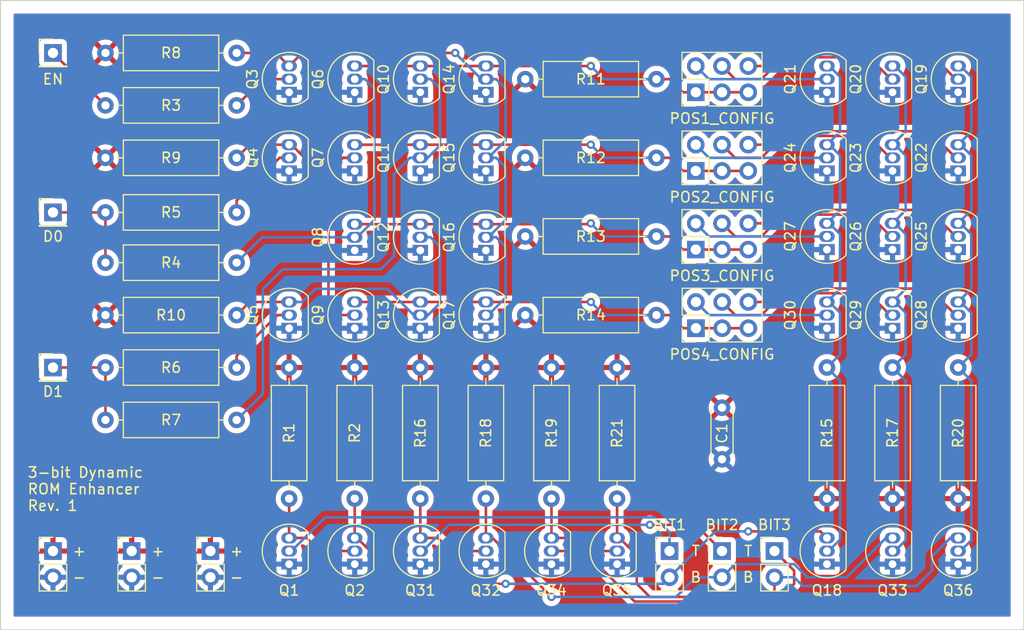
<source format=kicad_pcb>
(kicad_pcb (version 20221018) (generator pcbnew)
  (layers (0 "F.Cu" signal) (31 "B.Cu" signal) (34 "B.Paste" user) (35 "F.Paste" user) (36 "B.SilkS" user "B.Silkscreen") (37 "F.SilkS" user "F.Silkscreen") (38 "B.Mask" user) (39 "F.Mask" user) (44 "Edge.Cuts" user))
  (net 0 "")
  (net 1 "VCC")
  (net 2 "GND")
  (net 3 "/BIT1_IN")
  (net 4 "/BIT1_OUT")
  (net 5 "/BIT2_IN")
  (net 6 "/BIT2_OUT")
  (net 7 "/BIT3_IN")
  (net 8 "/BIT3_OUT")
  (net 9 "Net-(J7-Pin_1)")
  (net 10 "Net-(J8-Pin_1)")
  (net 11 "Net-(J9-Pin_1)")
  (net 12 "Net-(J10-Pin_1)")
  (net 13 "Net-(J10-Pin_2)")
  (net 14 "Net-(J10-Pin_4)")
  (net 15 "Net-(J10-Pin_6)")
  (net 16 "Net-(J11-Pin_1)")
  (net 17 "Net-(J11-Pin_2)")
  (net 18 "Net-(J11-Pin_4)")
  (net 19 "Net-(J11-Pin_6)")
  (net 20 "Net-(J12-Pin_1)")
  (net 21 "Net-(J12-Pin_2)")
  (net 22 "Net-(J12-Pin_4)")
  (net 23 "Net-(J12-Pin_6)")
  (net 24 "Net-(J13-Pin_1)")
  (net 25 "Net-(J13-Pin_2)")
  (net 26 "Net-(J13-Pin_4)")
  (net 27 "Net-(J13-Pin_6)")
  (net 28 "Net-(Q1-C)")
  (net 29 "Net-(Q3-B)")
  (net 30 "Net-(Q14-B)")
  (net 31 "Net-(Q4-B)")
  (net 32 "Net-(Q4-C)")
  (net 33 "Net-(Q5-B)")
  (net 34 "Net-(Q12-B)")
  (net 35 "Net-(Q6-B)")
  (net 36 "Net-(Q10-B)")
  (net 37 "/BIT1_EN")
  (net 38 "/BIT3_EN")
  (net 39 "/BIT2_EN")
  (net 40 "Net-(Q31-C)")
  (net 41 "Net-(Q34-C)")
  (footprint "Resistor_THT:R_Axial_DIN0309_L9.0mm_D3.2mm_P12.70mm_Horizontal" (layer "F.Cu") (at 157.48 71.12)
    (fp_text reference "R10")
    (fp_text value "1K")
  )
  (footprint "Package_TO_SOT_THT:TO-92_Inline" (layer "F.Cu") (at 175.26 57.15 90)
    (fp_text reference "Q4")
    (fp_text value "2N2222" hide)
  )
  (footprint "Package_TO_SOT_THT:TO-92_Inline" (layer "F.Cu") (at 175.26 49.53 90)
    (fp_text reference "Q3")
    (fp_text value "2N2222" hide)
  )
  (footprint "Package_TO_SOT_THT:TO-92_Inline" (layer "F.Cu") (at 194.31 72.39 90)
    (fp_text reference "Q17")
    (fp_text value "2N2222" hide)
  )
  (footprint "Package_TO_SOT_THT:TO-92_Inline" (layer "F.Cu") (at 181.61 64.85 90)
    (fp_text reference "Q8")
    (fp_text value "2N2222" hide)
  )
  (footprint "Package_TO_SOT_THT:TO-92_Inline" (layer "F.Cu") (at 240.03 57.15 90)
    (fp_text reference "Q22")
    (fp_text value "2N2222" hide)
  )
  (footprint "Resistor_THT:R_Axial_DIN0309_L9.0mm_D3.2mm_P12.70mm_Horizontal" (layer "F.Cu") (at 227.33 76.2 -90)
    (fp_text reference "R15")
    (fp_text value "1K")
  )
  (footprint "Connector_PinHeader_2.54mm:PinHeader_1x01_P2.54mm_Vertical" (layer "F.Cu") (at 152.4 76.2)
    (fp_text reference "J9" hide)
    (fp_text value "D1")
  )
  (footprint "Resistor_THT:R_Axial_DIN0309_L9.0mm_D3.2mm_P12.70mm_Horizontal" (layer "F.Cu") (at 233.68 76.2 -90)
    (fp_text reference "R17")
    (fp_text value "1K")
  )
  (footprint "Resistor_THT:R_Axial_DIN0309_L9.0mm_D3.2mm_P12.70mm_Horizontal" (layer "F.Cu") (at 157.48 45.72)
    (fp_text reference "R8")
    (fp_text value "1K")
  )
  (footprint "Package_TO_SOT_THT:TO-92_Inline" (layer "F.Cu") (at 227.33 64.77 90)
    (fp_text reference "Q27")
    (fp_text value "2N2222" hide)
  )
  (footprint "Connector_PinHeader_2.54mm:PinHeader_2x03_P2.54mm_Vertical" (layer "F.Cu") (at 214.63 64.77 90)
    (fp_text reference "J12" hide)
    (fp_text value "POS3_CONFIG")
  )
  (footprint "Resistor_THT:R_Axial_DIN0309_L9.0mm_D3.2mm_P12.70mm_Horizontal" (layer "F.Cu") (at 198.12 71.12)
    (fp_text reference "R14")
    (fp_text value "10K")
  )
  (footprint "Resistor_THT:R_Axial_DIN0309_L9.0mm_D3.2mm_P12.70mm_Horizontal" (layer "F.Cu") (at 207.01 88.9 90)
    (fp_text reference "R21")
    (fp_text value "1K")
  )
  (footprint "Resistor_THT:R_Axial_DIN0309_L9.0mm_D3.2mm_P12.70mm_Horizontal" (layer "F.Cu") (at 170.18 66.04 180)
    (fp_text reference "R4")
    (fp_text value "10K")
  )
  (footprint "Package_TO_SOT_THT:TO-92_Inline" (layer "F.Cu") (at 187.96 95.25 90)
    (fp_text reference "Q31")
    (fp_text value "2N2222" hide)
  )
  (footprint "Package_TO_SOT_THT:TO-92_Inline" (layer "F.Cu") (at 227.33 57.15 90)
    (fp_text reference "Q24")
    (fp_text value "2N2222" hide)
  )
  (footprint "Connector_PinHeader_2.54mm:PinHeader_1x02_P2.54mm_Vertical" (layer "F.Cu") (at 217.17 93.98)
    (fp_text reference "J5" hide)
    (fp_text value "BIT2")
  )
  (footprint "Resistor_THT:R_Axial_DIN0309_L9.0mm_D3.2mm_P12.70mm_Horizontal" (layer "F.Cu") (at 200.66 88.9 90)
    (fp_text reference "R19")
    (fp_text value "1K")
  )
  (footprint "Package_TO_SOT_THT:TO-92_Inline" (layer "F.Cu") (at 240.03 95.25 90)
    (fp_text reference "Q36")
    (fp_text value "2N2222" hide)
  )
  (footprint "Resistor_THT:R_Axial_DIN0309_L9.0mm_D3.2mm_P12.70mm_Horizontal" (layer "F.Cu") (at 198.12 55.88)
    (fp_text reference "R12")
    (fp_text value "10K")
  )
  (footprint "Package_TO_SOT_THT:TO-92_Inline" (layer "F.Cu") (at 194.31 49.53 90)
    (fp_text reference "Q14")
    (fp_text value "2N2222" hide)
  )
  (footprint "Package_TO_SOT_THT:TO-92_Inline" (layer "F.Cu") (at 227.33 95.25 90)
    (fp_text reference "Q18")
    (fp_text value "2N2222" hide)
  )
  (footprint "Package_TO_SOT_THT:TO-92_Inline" (layer "F.Cu") (at 240.03 49.53 90)
    (fp_text reference "Q19")
    (fp_text value "2N2222" hide)
  )
  (footprint "Resistor_THT:R_Axial_DIN0309_L9.0mm_D3.2mm_P12.70mm_Horizontal" (layer "F.Cu") (at 198.12 63.5)
    (fp_text reference "R13")
    (fp_text value "10K")
  )
  (footprint "Connector_PinHeader_2.54mm:PinHeader_1x02_P2.54mm_Vertical" (layer "F.Cu") (at 167.64 93.98)
    (fp_text reference "J3" hide)
    (fp_text value "POWER")
  )
  (footprint "Package_TO_SOT_THT:TO-92_Inline" (layer "F.Cu") (at 233.68 95.25 90)
    (fp_text reference "Q33")
    (fp_text value "2N2222" hide)
  )
  (footprint "Package_TO_SOT_THT:TO-92_Inline" (layer "F.Cu") (at 233.68 72.39 90)
    (fp_text reference "Q29")
    (fp_text value "2N2222" hide)
  )
  (footprint "Package_TO_SOT_THT:TO-92_Inline" (layer "F.Cu") (at 194.31 57.15 90)
    (fp_text reference "Q15")
    (fp_text value "2N2222" hide)
  )
  (footprint "Package_TO_SOT_THT:TO-92_Inline" (layer "F.Cu") (at 187.96 57.15 90)
    (fp_text reference "Q11")
    (fp_text value "2N2222" hide)
  )
  (footprint "Package_TO_SOT_THT:TO-92_Inline" (layer "F.Cu") (at 227.33 72.39 90)
    (fp_text reference "Q30")
    (fp_text value "2N2222" hide)
  )
  (footprint "Resistor_THT:R_Axial_DIN0309_L9.0mm_D3.2mm_P12.70mm_Horizontal" (layer "F.Cu") (at 170.18 81.28 180)
    (fp_text reference "R7")
    (fp_text value "10K")
  )
  (footprint "Connector_PinHeader_2.54mm:PinHeader_2x03_P2.54mm_Vertical" (layer "F.Cu") (at 214.645 72.39 90)
    (fp_text reference "J13" hide)
    (fp_text value "POS4_CONFIG")
  )
  (footprint "Resistor_THT:R_Axial_DIN0309_L9.0mm_D3.2mm_P12.70mm_Horizontal" (layer "F.Cu") (at 157.48 55.88)
    (fp_text reference "R9")
    (fp_text value "1K")
  )
  (footprint "Connector_PinHeader_2.54mm:PinHeader_1x02_P2.54mm_Vertical" (layer "F.Cu") (at 222.25 93.98)
    (fp_text reference "J6" hide)
    (fp_text value "BIT3")
  )
  (footprint "Capacitor_THT:C_Disc_D4.3mm_W1.9mm_P5.00mm" (layer "F.Cu") (at 217.17 80.09 -90)
    (fp_text reference "C1")
    (fp_text value "0.1uF" hide)
  )
  (footprint "Package_TO_SOT_THT:TO-92_Inline" (layer "F.Cu") (at 200.66 95.25 90)
    (fp_text reference "Q34")
    (fp_text value "2N2222" hide)
  )
  (footprint "Package_TO_SOT_THT:TO-92_Inline" (layer "F.Cu") (at 187.96 72.39 90)
    (fp_text reference "Q13")
    (fp_text value "2N2222" hide)
  )
  (footprint "Connector_PinHeader_2.54mm:PinHeader_1x02_P2.54mm_Vertical" (layer "F.Cu") (at 152.4 93.98)
    (fp_text reference "J1" hide)
    (fp_text value "POWER")
  )
  (footprint "Resistor_THT:R_Axial_DIN0309_L9.0mm_D3.2mm_P12.70mm_Horizontal" (layer "F.Cu") (at 181.61 88.9 90)
    (fp_text reference "R2")
    (fp_text value "1K")
  )
  (footprint "Connector_PinHeader_2.54mm:PinHeader_2x03_P2.54mm_Vertical" (layer "F.Cu") (at 214.63 57.15 90)
    (fp_text reference "J11" hide)
    (fp_text value "POS2_CONFIG")
  )
  (footprint "Connector_PinHeader_2.54mm:PinHeader_1x02_P2.54mm_Vertical" (layer "F.Cu") (at 212.09 93.98)
    (fp_text reference "J4" hide)
    (fp_text value "BIT1")
  )
  (footprint "Package_TO_SOT_THT:TO-92_Inline" (layer "F.Cu") (at 187.96 49.53 90)
    (fp_text reference "Q10")
    (fp_text value "2N2222" hide)
  )
  (footprint "Resistor_THT:R_Axial_DIN0309_L9.0mm_D3.2mm_P12.70mm_Horizontal" (layer "F.Cu") (at 170.18 61.17 180)
    (fp_text reference "R5")
    (fp_text value "10K")
  )
  (footprint "Connector_PinHeader_2.54mm:PinHeader_1x01_P2.54mm_Vertical" (layer "F.Cu") (at 152.4 61.17)
    (fp_text reference "J8" hide)
    (fp_text value "D0")
  )
  (footprint "Resistor_THT:R_Axial_DIN0309_L9.0mm_D3.2mm_P12.70mm_Horizontal" (layer "F.Cu") (at 175.26 88.9 90)
    (fp_text reference "R1")
    (fp_text value "1K")
  )
  (footprint "Resistor_THT:R_Axial_DIN0309_L9.0mm_D3.2mm_P12.70mm_Horizontal" (layer "F.Cu") (at 170.18 76.2 180)
    (fp_text reference "R6")
    (fp_text value "10K")
  )
  (footprint "Resistor_THT:R_Axial_DIN0309_L9.0mm_D3.2mm_P12.70mm_Horizontal" (layer "F.Cu") (at 240.03 76.2 -90)
    (fp_text reference "R20")
    (fp_text value "1K")
  )
  (footprint "Package_TO_SOT_THT:TO-92_Inline" (layer "F.Cu") (at 227.33 49.53 90)
    (fp_text reference "Q21")
    (fp_text value "2N2222" hide)
  )
  (footprint "Package_TO_SOT_THT:TO-92_Inline" (layer "F.Cu") (at 233.68 64.77 90)
    (fp_text reference "Q26")
    (fp_text value "2N2222" hide)
  )
  (footprint "Package_TO_SOT_THT:TO-92_Inline" (layer "F.Cu") (at 233.68 57.15 90)
    (fp_text reference "Q23")
    (fp_text value "2N2222" hide)
  )
  (footprint "Package_TO_SOT_THT:TO-92_Inline" (layer "F.Cu") (at 181.61 49.53 90)
    (fp_text reference "Q6")
    (fp_text value "2N2222" hide)
  )
  (footprint "Package_TO_SOT_THT:TO-92_Inline" (layer "F.Cu") (at 240.03 72.39 90)
    (fp_text reference "Q28")
    (fp_text value "2N2222" hide)
  )
  (footprint "Connector_PinHeader_2.54mm:PinHeader_1x01_P2.54mm_Vertical" (layer "F.Cu") (at 152.4 45.72)
    (fp_text reference "J7" hide)
    (fp_text value "EN")
  )
  (footprint "Package_TO_SOT_THT:TO-92_Inline" (layer "F.Cu") (at 207.01 95.25 90)
    (fp_text reference "Q35")
    (fp_text value "2N2222" hide)
  )
  (footprint "Resistor_THT:R_Axial_DIN0309_L9.0mm_D3.2mm_P12.70mm_Horizontal" (layer "F.Cu") (at 194.31 88.9 90)
    (fp_text reference "R18")
    (fp_text value "1K")
  )
  (footprint "Package_TO_SOT_THT:TO-92_Inline" (layer "F.Cu") (at 175.26 72.39 90)
    (fp_text reference "Q5")
    (fp_text value "2N2222" hide)
  )
  (footprint "Package_TO_SOT_THT:TO-92_Inline" (layer "F.Cu") (at 240.03 64.77 90)
    (fp_text reference "Q25")
    (fp_text value "2N2222" hide)
  )
  (footprint "Package_TO_SOT_THT:TO-92_Inline" (layer "F.Cu") (at 194.31 95.25 90)
    (fp_text reference "Q32")
    (fp_text value "2N2222" hide)
  )
  (footprint "Connector_PinHeader_2.54mm:PinHeader_1x02_P2.54mm_Vertical" (layer "F.Cu") (at 160.02 93.98)
    (fp_text reference "J2" hide)
    (fp_text value "POWER")
  )
  (footprint "Package_TO_SOT_THT:TO-92_Inline" (layer "F.Cu") (at 175.26 95.25 90)
    (fp_text reference "Q1")
    (fp_text value "2N2222" hide)
  )
  (footprint "Package_TO_SOT_THT:TO-92_Inline" (layer "F.Cu") (at 194.31 64.85 90)
    (fp_text reference "Q16")
    (fp_text value "2N2222" hide)
  )
  (footprint "Resistor_THT:R_Axial_DIN0309_L9.0mm_D3.2mm_P12.70mm_Horizontal" (layer "F.Cu") (at 198.12 48.26)
    (fp_text reference "R11")
    (fp_text value "10K")
  )
  (footprint "Connector_PinHeader_2.54mm:PinHeader_2x03_P2.54mm_Vertical" (layer "F.Cu") (at 214.63 49.53 90)
    (fp_text reference "J10" hide)
    (fp_text value "POS1_CONFIG")
  )
  (footprint "Package_TO_SOT_THT:TO-92_Inline" (layer "F.Cu") (at 181.61 95.25 90)
    (fp_text reference "Q2")
    (fp_text value "2N2222" hide)
  )
  (footprint "Package_TO_SOT_THT:TO-92_Inline" (layer "F.Cu") (at 181.61 72.39 90)
    (fp_text reference "Q9")
    (fp_text value "2N2222" hide)
  )
  (footprint "Package_TO_SOT_THT:TO-92_Inline" (layer "F.Cu") (at 187.96 64.85 90)
    (fp_text reference "Q12")
    (fp_text value "2N2222" hide)
  )
  (footprint "Package_TO_SOT_THT:TO-92_Inline" (layer "F.Cu") (at 233.68 49.53 90)
    (fp_text reference "Q20")
    (fp_text value "2N2222" hide)
  )
  (footprint "Resistor_THT:R_Axial_DIN0309_L9.0mm_D3.2mm_P12.70mm_Horizontal" (layer "F.Cu") (at 187.96 88.9 90)
    (fp_text reference "R16")
    (fp_text value "1K")
  )
  (footprint "Resistor_THT:R_Axial_DIN0309_L9.0mm_D3.2mm_P12.70mm_Horizontal" (layer "F.Cu") (at 170.18 50.8 180)
    (fp_text reference "R3")
    (fp_text value "10K")
  )
  (footprint "Package_TO_SOT_THT:TO-92_Inline" (layer "F.Cu") (at 181.61 57.15 90)
    (fp_text reference "Q7")
    (fp_text value "2N2222" hide)
  )
  (gr_line (start 246.38 40.64) (end 246.38 101.6) (stroke (width 0.1)) (layer "Edge.Cuts"))
  (gr_line (start 147.32 40.64) (end 246.38 40.64) (stroke (width 0.1)) (layer "Edge.Cuts"))
  (gr_line (start 246.38 101.6) (end 147.32 101.6) (stroke (width 0.1)) (layer "Edge.Cuts"))
  (gr_line (start 147.32 101.6) (end 147.32 40.64) (stroke (width 0.1)) (layer "Edge.Cuts"))
  (gr_text "+" (at 162.56 93.98) (layer "F.SilkS") (effects (font (size 1 1))))
  (gr_text "T" (at 219.71 93.98) (layer "F.SilkS") (effects (font (size 1 1))))
  (gr_text "-" (at 170.18 96.52) (layer "F.SilkS") (effects (font (size 1 1))))
  (gr_text "B" (at 214.63 96.52) (layer "F.SilkS") (effects (font (size 1 1))))
  (gr_text "-" (at 154.94 96.52) (layer "F.SilkS") (effects (font (size 1 1))))
  (gr_text "+" (at 154.94 93.98) (layer "F.SilkS") (effects (font (size 1 1))))
  (gr_text "3-bit Dynamic\nROM Enhancer\nRev. 1" (at 149.86 90.17) (layer "F.SilkS") (effects (font (size 1 1)) (justify left bottom)))
  (gr_text "+" (at 170.18 93.98) (layer "F.SilkS") (effects (font (size 1 1))))
  (gr_text "B" (at 219.71 96.52) (layer "F.SilkS") (effects (font (size 1 1))))
  (gr_text "T" (at 214.63 93.98) (layer "F.SilkS") (effects (font (size 1 1))))
  (gr_text "-" (at 162.56 96.52) (layer "F.SilkS") (effects (font (size 1 1))))
  (segment (start 212.09 92.16) (end 210.645 90.715) (width 0.25) (layer "B.Cu") (net 3))
  (segment (start 210.645 90.715) (end 178.75 90.715) (width 0.25) (layer "B.Cu") (net 3))
  (segment (start 175.485 93.98) (end 175.26 93.98) (width 0.25) (layer "B.Cu") (net 3))
  (segment (start 178.75 90.715) (end 175.485 93.98) (width 0.25) (layer "B.Cu") (net 3))
  (segment (start 212.09 93.98) (end 212.09 92.16) (width 0.25) (layer "B.Cu") (net 3))
  (segment (start 226.695 92.075) (end 219.71 92.075) (width 0.25) (layer "F.Cu") (net 4))
  (segment (start 181.61 92.71) (end 181.835 92.71) (width 0.25) (layer "F.Cu") (net 4))
  (segment (start 186.28 97.155) (end 196.215 97.155) (width 0.25) (layer "F.Cu") (net 4))
  (segment (start 181.835 92.71) (end 186.28 97.155) (width 0.25) (layer "F.Cu") (net 4))
  (segment (start 181.61 88.9) (end 181.61 92.71) (width 0.25) (layer "F.Cu") (net 4))
  (segment (start 227.33 92.71) (end 226.695 92.075) (width 0.25) (layer "F.Cu") (net 4))
  (via (at 219.71 92.075) (size 0.8) (drill 0.4) (layers "F.Cu" "B.Cu") (net 4))
  (via (at 196.215 97.155) (size 0.8) (drill 0.4) (layers "F.Cu" "B.Cu") (net 4))
  (segment (start 211.455 97.155) (end 196.215 97.155) (width 0.25) (layer "B.Cu") (net 4))
  (segment (start 212.09 96.52) (end 211.455 97.155) (width 0.25) (layer "B.Cu") (net 4))
  (segment (start 219.71 92.075) (end 216.535 92.075) (width 0.25) (layer "B.Cu") (net 4))
  (segment (start 216.535 92.075) (end 212.09 96.52) (width 0.25) (layer "B.Cu") (net 4))
  (segment (start 214.63 91.44) (end 210.185 91.44) (width 0.25) (layer "F.Cu") (net 5))
  (segment (start 217.17 93.98) (end 214.63 91.44) (width 0.25) (layer "F.Cu") (net 5))
  (via (at 210.185 91.44) (size 0.8) (drill 0.4) (layers "F.Cu" "B.Cu") (net 5))
  (segment (start 188.185 93.98) (end 190.725 91.44) (width 0.25) (layer "B.Cu") (net 5))
  (segment (start 187.96 93.98) (end 188.185 93.98) (width 0.25) (layer "B.Cu") (net 5))
  (segment (start 190.725 91.44) (end 210.185 91.44) (width 0.25) (layer "B.Cu") (net 5))
  (segment (start 194.945 92.71) (end 200.66 98.425) (width 0.25) (layer "F.Cu") (net 6))
  (segment (start 194.31 88.9) (end 194.31 92.71) (width 0.25) (layer "F.Cu") (net 6))
  (segment (start 194.31 92.71) (end 194.945 92.71) (width 0.25) (layer "F.Cu") (net 6))
  (via (at 200.66 98.425) (size 0.8) (drill 0.4) (layers "F.Cu" "B.Cu") (net 6))
  (segment (start 212.725 98.425) (end 200.66 98.425) (width 0.25) (layer "B.Cu") (net 6))
  (segment (start 217.17 96.52) (end 218.44 95.25) (width 0.25) (layer "B.Cu") (net 6))
  (segment (start 218.44 95.25) (end 224.155 95.25) (width 0.25) (layer "B.Cu") (net 6))
  (segment (start 217.17 96.52) (end 214.63 96.52) (width 0.25) (layer "B.Cu") (net 6))
  (segment (start 233.045 92.71) (end 233.68 92.71) (width 0.25) (layer "B.Cu") (net 6))
  (segment (start 229.235 96.52) (end 233.045 92.71) (width 0.25) (layer "B.Cu") (net 6))
  (segment (start 214.63 96.52) (end 212.725 98.425) (width 0.25) (layer "B.Cu") (net 6))
  (segment (start 224.155 95.25) (end 225.425 96.52) (width 0.25) (layer "B.Cu") (net 6))
  (segment (start 225.425 96.52) (end 229.235 96.52) (width 0.25) (layer "B.Cu") (net 6))
  (segment (start 224.155 97.155) (end 224.155 95.885) (width 0.25) (layer "F.Cu") (net 7))
  (segment (start 200.66 93.98) (end 203.815 93.98) (width 0.25) (layer "F.Cu") (net 7))
  (segment (start 208.71 98.875) (end 222.435 98.875) (width 0.25) (layer "F.Cu") (net 7))
  (segment (start 203.815 93.98) (end 208.71 98.875) (width 0.25) (layer "F.Cu") (net 7))
  (segment (start 224.155 95.885) (end 222.25 93.98) (width 0.25) (layer "F.Cu") (net 7))
  (segment (start 222.435 98.875) (end 224.155 97.155) (width 0.25) (layer "F.Cu") (net 7))
  (segment (start 208.915 97.155) (end 210.185 98.425) (width 0.25) (layer "F.Cu") (net 8))
  (segment (start 221.615 98.425) (end 222.25 97.79) (width 0.25) (layer "F.Cu") (net 8))
  (segment (start 207.01 88.9) (end 207.01 92.71) (width 0.25) (layer "F.Cu") (net 8))
  (segment (start 207.235 92.71) (end 208.915 94.39) (width 0.25) (layer "F.Cu") (net 8))
  (segment (start 207.01 92.71) (end 207.235 92.71) (width 0.25) (layer "F.Cu") (net 8))
  (segment (start 210.185 98.425) (end 221.615 98.425) (width 0.25) (layer "F.Cu") (net 8))
  (segment (start 222.25 97.79) (end 222.25 96.52) (width 0.25) (layer "F.Cu") (net 8))
  (segment (start 208.915 94.39) (end 208.915 97.155) (width 0.25) (layer "F.Cu") (net 8))
  (segment (start 239.2825 92.71) (end 240.03 92.71) (width 0.25) (layer "B.Cu") (net 8))
  (segment (start 224.155 96.52) (end 225.005 97.37) (width 0.25) (layer "B.Cu") (net 8))
  (segment (start 225.005 97.37) (end 236.005 97.37) (width 0.25) (layer "B.Cu") (net 8))
  (segment (start 237.49 94.5025) (end 239.2825 92.71) (width 0.25) (layer "B.Cu") (net 8))
  (segment (start 237.49 95.885) (end 237.49 94.5025) (width 0.25) (layer "B.Cu") (net 8))
  (segment (start 222.25 96.52) (end 224.155 96.52) (width 0.25) (layer "B.Cu") (net 8))
  (segment (start 236.005 97.37) (end 237.49 95.885) (width 0.25) (layer "B.Cu") (net 8))
  (segment (start 152.4 45.72) (end 157.48 50.8) (width 0.25) (layer "F.Cu") (net 9))
  (segment (start 152.4 61.17) (end 157.48 61.17) (width 0.25) (layer "F.Cu") (net 10))
  (segment (start 157.48 66.04) (end 157.48 61.17) (width 0.25) (layer "F.Cu") (net 10))
  (segment (start 152.4 76.2) (end 157.48 76.2) (width 0.25) (layer "F.Cu") (net 11))
  (segment (start 157.48 76.2) (end 157.48 81.28) (width 0.25) (layer "F.Cu") (net 11))
  (segment (start 194.31 46.99) (end 204.47 46.99) (width 0.25) (layer "F.Cu") (net 12))
  (segment (start 213.36 49.53) (end 214.63 49.53) (width 0.25) (layer "F.Cu") (net 12))
  (segment (start 212.09 48.26) (end 213.36 49.53) (width 0.25) (layer "F.Cu") (net 12))
  (segment (start 187.96 46.99) (end 194.31 46.99) (width 0.25) (layer "F.Cu") (net 12))
  (segment (start 210.82 48.26) (end 212.09 48.26) (width 0.25) (layer "F.Cu") (net 12))
  (segment (start 181.61 46.99) (end 187.96 46.99) (width 0.25) (layer "F.Cu") (net 12))
  (segment (start 217.17 49.53) (end 219.71 49.53) (width 0.25) (layer "F.Cu") (net 12))
  (segment (start 214.63 49.53) (end 217.17 49.53) (width 0.25) (layer "F.Cu") (net 12))
  (via (at 204.47 46.99) (size 0.8) (drill 0.4) (layers "F.Cu" "B.Cu") (net 12))
  (segment (start 205.74 48.26) (end 210.82 48.26) (width 0.25) (layer "B.Cu") (net 12))
  (segment (start 204.47 46.99) (end 205.74 48.26) (width 0.25) (layer "B.Cu") (net 12))
  (segment (start 215.9 48.26) (end 227.33 48.26) (width 0.25) (layer "B.Cu") (net 13))
  (segment (start 214.63 46.99) (end 215.9 48.26) (width 0.25) (layer "B.Cu") (net 13))
  (segment (start 220.98 48.26) (end 223.1 46.14) (width 0.25) (layer "F.Cu") (net 14))
  (segment (start 223.1 46.14) (end 231.402918 46.14) (width 0.25) (layer "F.Cu") (net 14))
  (segment (start 218.44 48.26) (end 220.98 48.26) (width 0.25) (layer "F.Cu") (net 14))
  (segment (start 231.402918 46.14) (end 233.522918 48.26) (width 0.25) (layer "F.Cu") (net 14))
  (segment (start 233.522918 48.26) (end 233.68 48.26) (width 0.25) (layer "F.Cu") (net 14))
  (segment (start 217.17 46.99) (end 218.44 48.26) (width 0.25) (layer "F.Cu") (net 14))
  (segment (start 237.235 45.69) (end 239.805 48.26) (width 0.25) (layer "F.Cu") (net 15))
  (segment (start 222.28 45.69) (end 237.235 45.69) (width 0.25) (layer "F.Cu") (net 15))
  (segment (start 239.805 48.26) (end 240.03 48.26) (width 0.25) (layer "F.Cu") (net 15))
  (segment (start 219.71 46.99) (end 220.98 46.99) (width 0.25) (layer "F.Cu") (net 15))
  (segment (start 220.98 46.99) (end 222.28 45.69) (width 0.25) (layer "F.Cu") (net 15))
  (segment (start 213.36 57.15) (end 214.63 57.15) (width 0.25) (layer "F.Cu") (net 16))
  (segment (start 194.31 54.61) (end 204.47 54.61) (width 0.25) (layer "F.Cu") (net 16))
  (segment (start 214.63 57.15) (end 217.17 57.15) (width 0.25) (layer "F.Cu") (net 16))
  (segment (start 217.17 57.15) (end 219.71 57.15) (width 0.25) (layer "F.Cu") (net 16))
  (segment (start 210.82 55.88) (end 212.09 55.88) (width 0.25) (layer "F.Cu") (net 16))
  (segment (start 187.96 54.61) (end 194.31 54.61) (width 0.25) (layer "F.Cu") (net 16))
  (segment (start 181.61 54.61) (end 187.96 54.61) (width 0.25) (layer "F.Cu") (net 16))
  (segment (start 212.09 55.88) (end 213.36 57.15) (width 0.25) (layer "F.Cu") (net 16))
  (via (at 204.47 54.61) (size 0.8) (drill 0.4) (layers "F.Cu" "B.Cu") (net 16))
  (segment (start 205.74 55.88) (end 210.82 55.88) (width 0.25) (layer "B.Cu") (net 16))
  (segment (start 204.47 54.61) (end 205.74 55.88) (width 0.25) (layer "B.Cu") (net 16))
  (segment (start 214.63 54.61) (end 215.9 55.88) (width 0.25) (layer "B.Cu") (net 17))
  (segment (start 215.9 55.88) (end 227.33 55.88) (width 0.25) (layer "B.Cu") (net 17))
  (segment (start 223.1 53.76) (end 231.335 53.76) (width 0.25) (layer "F.Cu") (net 18))
  (segment (start 218.44 55.88) (end 220.98 55.88) (width 0.25) (layer "F.Cu") (net 18))
  (segment (start 220.98 55.88) (end 223.1 53.76) (width 0.25) (layer "F.Cu") (net 18))
  (segment (start 233.455 55.88) (end 233.68 55.88) (width 0.25) (layer "F.Cu") (net 18))
  (segment (start 231.335 53.76) (end 233.455 55.88) (width 0.25) (layer "F.Cu") (net 18))
  (segment (start 217.17 54.61) (end 218.44 55.88) (width 0.25) (layer "F.Cu") (net 18))
  (segment (start 221.01 54.61) (end 222.31 53.31) (width 0.25) (layer "F.Cu") (net 19))
  (segment (start 239.805 55.88) (end 240.03 55.88) (width 0.25) (layer "F.Cu") (net 19))
  (segment (start 219.71 54.61) (end 221.01 54.61) (width 0.25) (layer "F.Cu") (net 19))
  (segment (start 237.235 53.31) (end 239.805 55.88) (width 0.25) (layer "F.Cu") (net 19))
  (segment (start 222.31 53.31) (end 237.235 53.31) (width 0.25) (layer "F.Cu") (net 19))
  (segment (start 212.09 63.5) (end 213.36 64.77) (width 0.25) (layer "F.Cu") (net 20))
  (segment (start 194.31 62.31) (end 204.39 62.31) (width 0.25) (layer "F.Cu") (net 20))
  (segment (start 204.39 62.31) (end 204.47 62.23) (width 0.25) (layer "F.Cu") (net 20))
  (segment (start 214.63 64.77) (end 217.17 64.77) (width 0.25) (layer "F.Cu") (net 20))
  (segment (start 181.61 62.31) (end 187.96 62.31) (width 0.25) (layer "F.Cu") (net 20))
  (segment (start 213.36 64.77) (end 214.63 64.77) (width 0.25) (layer "F.Cu") (net 20))
  (segment (start 187.96 62.31) (end 194.31 62.31) (width 0.25) (layer "F.Cu") (net 20))
  (segment (start 217.17 64.77) (end 219.71 64.77) (width 0.25) (layer "F.Cu") (net 20))
  (segment (start 210.82 63.5) (end 212.09 63.5) (width 0.25) (layer "F.Cu") (net 20))
  (via (at 204.47 62.23) (size 0.8) (drill 0.4) (layers "F.Cu" "B.Cu") (net 20))
  (segment (start 205.74 63.5) (end 210.82 63.5) (width 0.25) (layer "B.Cu") (net 20))
  (segment (start 204.47 62.23) (end 205.74 63.5) (width 0.25) (layer "B.Cu") (net 20))
  (segment (start 214.63 62.23) (end 215.9 63.5) (width 0.25) (layer "B.Cu") (net 21))
  (segment (start 215.9 63.5) (end 227.33 63.5) (width 0.25) (layer "B.Cu") (net 21))
  (segment (start 220.98 63.5) (end 223.1 61.38) (width 0.25) (layer "F.Cu") (net 22))
  (segment (start 218.44 63.5) (end 220.98 63.5) (width 0.25) (layer "F.Cu") (net 22))
  (segment (start 217.17 62.23) (end 218.44 63.5) (width 0.25) (layer "F.Cu") (net 22))
  (segment (start 233.522918 63.5) (end 233.68 63.5) (width 0.25) (layer "F.Cu") (net 22))
  (segment (start 223.1 61.38) (end 231.402918 61.38) (width 0.25) (layer "F.Cu") (net 22))
  (segment (start 231.402918 61.38) (end 233.522918 63.5) (width 0.25) (layer "F.Cu") (net 22))
  (segment (start 220.98 62.23) (end 222.28 60.93) (width 0.25) (layer "F.Cu") (net 23))
  (segment (start 222.28 60.93) (end 237.235 60.93) (width 0.25) (layer "F.Cu") (net 23))
  (segment (start 219.71 62.23) (end 220.98 62.23) (width 0.25) (layer "F.Cu") (net 23))
  (segment (start 239.805 63.5) (end 240.03 63.5) (width 0.25) (layer "F.Cu") (net 23))
  (segment (start 237.235 60.93) (end 239.805 63.5) (width 0.25) (layer "F.Cu") (net 23))
  (segment (start 217.185 72.39) (end 219.725 72.39) (width 0.25) (layer "F.Cu") (net 24))
  (segment (start 187.96 69.85) (end 194.31 69.85) (width 0.25) (layer "F.Cu") (net 24))
  (segment (start 214.645 72.39) (end 217.185 72.39) (width 0.25) (layer "F.Cu") (net 24))
  (segment (start 194.31 69.85) (end 204.47 69.85) (width 0.25) (layer "F.Cu") (net 24))
  (segment (start 212.09 71.12) (end 213.36 72.39) (width 0.25) (layer "F.Cu") (net 24))
  (segment (start 213.36 72.39) (end 214.645 72.39) (width 0.25) (layer "F.Cu") (net 24))
  (segment (start 181.61 69.85) (end 187.96 69.85) (width 0.25) (layer "F.Cu") (net 24))
  (segment (start 210.82 71.12) (end 212.09 71.12) (width 0.25) (layer "F.Cu") (net 24))
  (via (at 204.47 69.85) (size 0.8) (drill 0.4) (layers "F.Cu" "B.Cu") (net 24))
  (segment (start 204.47 69.85) (end 205.74 71.12) (width 0.25) (layer "B.Cu") (net 24))
  (segment (start 205.74 71.12) (end 210.82 71.12) (width 0.25) (layer "B.Cu") (net 24))
  (segment (start 214.645 69.85) (end 215.915 71.12) (width 0.25) (layer "B.Cu") (net 25))
  (segment (start 215.915 71.12) (end 227.33 71.12) (width 0.25) (layer "B.Cu") (net 25))
  (segment (start 217.185 69.85) (end 218.455 71.12) (width 0.25) (layer "F.Cu") (net 26))
  (segment (start 220.98 71.12) (end 223.1 69) (width 0.25) (layer "F.Cu") (net 26))
  (segment (start 231.335 69) (end 233.455 71.12) (width 0.25) (layer "F.Cu") (net 26))
  (segment (start 223.1 69) (end 231.335 69) (width 0.25) (layer "F.Cu") (net 26))
  (segment (start 218.455 71.12) (end 220.98 71.12) (width 0.25) (layer "F.Cu") (net 26))
  (segment (start 233.455 71.12) (end 233.68 71.12) (width 0.25) (layer "F.Cu") (net 26))
  (segment (start 219.725 69.85) (end 220.98 69.85) (width 0.25) (layer "F.Cu") (net 27))
  (segment (start 222.28 68.55) (end 237.235 68.55) (width 0.25) (layer "F.Cu") (net 27))
  (segment (start 237.235 68.55) (end 239.805 71.12) (width 0.25) (layer "F.Cu") (net 27))
  (segment (start 239.805 71.12) (end 240.03 71.12) (width 0.25) (layer "F.Cu") (net 27))
  (segment (start 220.98 69.85) (end 222.28 68.55) (width 0.25) (layer "F.Cu") (net 27))
  (segment (start 178.23 93.98) (end 181.61 93.98) (width 0.25) (layer "F.Cu") (net 28))
  (segment (start 175.26 92.71) (end 176.96 92.71) (width 0.25) (layer "F.Cu") (net 28))
  (segment (start 176.96 92.71) (end 178.23 93.98) (width 0.25) (layer "F.Cu") (net 28))
  (segment (start 175.26 88.9) (end 175.26 92.71) (width 0.25) (layer "F.Cu") (net 28))
  (segment (start 170.18 50.8) (end 172.72 48.26) (width 0.25) (layer "F.Cu") (net 29))
  (segment (start 172.72 48.26) (end 175.26 48.26) (width 0.25) (layer "F.Cu") (net 29))
  (segment (start 175.26 46.99) (end 176.53 45.72) (width 0.25) (layer "F.Cu") (net 30))
  (segment (start 173.99 45.72) (end 175.26 46.99) (width 0.25) (layer "F.Cu") (net 30))
  (segment (start 170.18 45.72) (end 173.99 45.72) (width 0.25) (layer "F.Cu") (net 30))
  (segment (start 176.53 45.72) (end 191.339992 45.72) (width 0.25) (layer "F.Cu") (net 30))
  (via (at 191.339992 45.72) (size 0.8) (drill 0.4) (layers "F.Cu" "B.Cu") (net 30))
  (segment (start 194.31 55.88) (end 195.31 55.88) (width 0.25) (layer "B.Cu") (net 30))
  (segment (start 194.535 63.58) (end 194.31 63.58) (width 0.25) (layer "B.Cu") (net 30))
  (segment (start 194.31 48.26) (end 195.31 48.26) (width 0.25) (layer "B.Cu") (net 30))
  (segment (start 195.31 55.88) (end 196.215 56.785) (width 0.25) (layer "B.Cu") (net 30))
  (segment (start 195.31 48.26) (end 196.215 49.165) (width 0.25) (layer "B.Cu") (net 30))
  (segment (start 196.215 49.165) (end 196.215 54.2) (width 0.25) (layer "B.Cu") (net 30))
  (segment (start 195.31 63.58) (end 196.215 64.485) (width 0.25) (layer "B.Cu") (net 30))
  (segment (start 193.879992 48.26) (end 191.339992 45.72) (width 0.25) (layer "B.Cu") (net 30))
  (segment (start 194.31 63.58) (end 195.31 63.58) (width 0.25) (layer "B.Cu") (net 30))
  (segment (start 194.535 55.88) (end 194.31 55.88) (width 0.25) (layer "B.Cu") (net 30))
  (segment (start 196.215 69.44) (end 194.535 71.12) (width 0.25) (layer "B.Cu") (net 30))
  (segment (start 194.535 71.12) (end 194.31 71.12) (width 0.25) (layer "B.Cu") (net 30))
  (segment (start 196.215 61.9) (end 194.535 63.58) (width 0.25) (layer "B.Cu") (net 30))
  (segment (start 196.215 64.485) (end 196.215 69.44) (width 0.25) (layer "B.Cu") (net 30))
  (segment (start 196.215 56.785) (end 196.215 61.9) (width 0.25) (layer "B.Cu") (net 30))
  (segment (start 196.215 54.2) (end 194.535 55.88) (width 0.25) (layer "B.Cu") (net 30))
  (segment (start 194.31 48.26) (end 193.879992 48.26) (width 0.25) (layer "B.Cu") (net 30))
  (segment (start 170.18 61.17) (end 170.18 60.03863) (width 0.25) (layer "F.Cu") (net 31))
  (segment (start 170.18 60.03863) (end 174.33863 55.88) (width 0.25) (layer "F.Cu") (net 31))
  (segment (start 174.33863 55.88) (end 175.26 55.88) (width 0.25) (layer "F.Cu") (net 31))
  (segment (start 180.475 55.88) (end 179.07 57.285) (width 0.25) (layer "F.Cu") (net 32))
  (segment (start 171.45 54.61) (end 175.26 54.61) (width 0.25) (layer "F.Cu") (net 32))
  (segment (start 181.61 55.88) (end 180.475 55.88) (width 0.25) (layer "F.Cu") (net 32))
  (segment (start 179.07 57.285) (end 179.07 69.85) (width 0.25) (layer "F.Cu") (net 32))
  (segment (start 175.485 54.61) (end 176.755 55.88) (width 0.25) (layer "F.Cu") (net 32))
  (segment (start 180.34 71.12) (end 181.61 71.12) (width 0.25) (layer "F.Cu") (net 32))
  (segment (start 175.26 54.61) (end 175.485 54.61) (width 0.25) (layer "F.Cu") (net 32))
  (segment (start 179.07 69.85) (end 180.34 71.12) (width 0.25) (layer "F.Cu") (net 32))
  (segment (start 170.18 55.88) (end 171.45 54.61) (width 0.25) (layer "F.Cu") (net 32))
  (segment (start 176.755 55.88) (end 181.61 55.88) (width 0.25) (layer "F.Cu") (net 32))
  (segment (start 170.18 76.2) (end 170.18 75.06863) (width 0.25) (layer "F.Cu") (net 33))
  (segment (start 174.12863 71.12) (end 175.26 71.12) (width 0.25) (layer "F.Cu") (net 33))
  (segment (start 170.18 75.06863) (end 174.12863 71.12) (width 0.25) (layer "F.Cu") (net 33))
  (segment (start 171.45 69.85) (end 175.26 69.85) (width 0.25) (layer "F.Cu") (net 34))
  (segment (start 170.18 71.12) (end 171.45 69.85) (width 0.25) (layer "F.Cu") (net 34))
  (segment (start 189.865 64.485) (end 189.865 69.9625) (width 0.25) (layer "B.Cu") (net 34))
  (segment (start 187.96 63.58) (end 188.96 63.58) (width 0.25) (layer "B.Cu") (net 34))
  (segment (start 189.865 69.9625) (end 188.7075 71.12) (width 0.25) (layer "B.Cu") (net 34))
  (segment (start 177.8 68.58) (end 184.785 68.58) (width 0.25) (layer "B.Cu") (net 34))
  (segment (start 176.53 69.85) (end 177.8 68.58) (width 0.25) (layer "B.Cu") (net 34))
  (segment (start 188.7075 71.12) (end 187.96 71.12) (width 0.25) (layer "B.Cu") (net 34))
  (segment (start 188.96 63.58) (end 189.865 64.485) (width 0.25) (layer "B.Cu") (net 34))
  (segment (start 175.26 69.85) (end 176.53 69.85) (width 0.25) (layer "B.Cu") (net 34))
  (segment (start 184.785 68.58) (end 187.325 71.12) (width 0.25) (layer "B.Cu") (net 34))
  (segment (start 187.325 71.12) (end 187.96 71.12) (width 0.25) (layer "B.Cu") (net 34))
  (segment (start 183.515 49.165) (end 183.515 61.9) (width 0.25) (layer "B.Cu") (net 35))
  (segment (start 181.835 63.58) (end 181.61 63.58) (width 0.25) (layer "B.Cu") (net 35))
  (segment (start 183.515 61.9) (end 181.835 63.58) (width 0.25) (layer "B.Cu") (net 35))
  (segment (start 182.61 48.26) (end 183.515 49.165) (width 0.25) (layer "B.Cu") (net 35))
  (segment (start 170.18 66.04) (end 172.64 63.58) (width 0.25) (layer "B.Cu") (net 35))
  (segment (start 181.61 48.26) (end 182.61 48.26) (width 0.25) (layer "B.Cu") (net 35))
  (segment (start 172.64 63.58) (end 181.61 63.58) (width 0.25) (layer "B.Cu") (net 35))
  (segment (start 185.42 65.405) (end 185.42 57.42) (width 0.25) (layer "B.Cu") (net 36))
  (segment (start 185.42 57.42) (end 186.96 55.88) (width 0.25) (layer "B.Cu") (net 36))
  (segment (start 174.625 66.675) (end 184.15 66.675) (width 0.25) (layer "B.Cu") (net 36))
  (segment (start 184.15 66.675) (end 185.42 65.405) (width 0.25) (layer "B.Cu") (net 36))
  (segment (start 187.96 48.26) (end 188.96 48.26) (width 0.25) (layer "B.Cu") (net 36))
  (segment (start 189.865 49.165) (end 189.865 54.688541) (width 0.25) (layer "B.Cu") (net 36))
  (segment (start 186.96 55.88) (end 187.96 55.88) (width 0.25) (layer "B.Cu") (net 36))
  (segment (start 172.72 68.58) (end 174.625 66.675) (width 0.25) (layer "B.Cu") (net 36))
  (segment (start 188.96 48.26) (end 189.865 49.165) (width 0.25) (layer "B.Cu") (net 36))
  (segment (start 189.865 54.688541) (end 188.673541 55.88) (width 0.25) (layer "B.Cu") (net 36))
  (segment (start 172.72 78.74) (end 172.72 68.58) (width 0.25) (layer "B.Cu") (net 36))
  (segment (start 188.673541 55.88) (end 187.96 55.88) (width 0.25) (layer "B.Cu") (net 36))
  (segment (start 170.18 81.28) (end 172.72 78.74) (width 0.25) (layer "B.Cu") (net 36))
  (segment (start 227.555 46.99) (end 228.6 48.035) (width 0.25) (layer "B.Cu") (net 37))
  (segment (start 228.6 68.58) (end 227.33 69.85) (width 0.25) (layer "B.Cu") (net 37))
  (segment (start 228.6 48.035) (end 228.6 53.34) (width 0.25) (layer "B.Cu") (net 37))
  (segment (start 228.6 77.47) (end 228.6 92.867082) (width 0.25) (layer "B.Cu") (net 37))
  (segment (start 228.6 63.275) (end 228.6 68.58) (width 0.25) (layer "B.Cu") (net 37))
  (segment (start 228.6 70.895) (end 228.6 74.93) (width 0.25) (layer "B.Cu") (net 37))
  (segment (start 227.33 76.2) (end 228.6 77.47) (width 0.25) (layer "B.Cu") (net 37))
  (segment (start 227.33 62.23) (end 227.555 62.23) (width 0.25) (layer "B.Cu") (net 37))
  (segment (start 228.6 53.34) (end 227.33 54.61) (width 0.25) (layer "B.Cu") (net 37))
  (segment (start 227.33 69.85) (end 227.555 69.85) (width 0.25) (layer "B.Cu") (net 37))
  (segment (start 228.6 74.93) (end 227.33 76.2) (width 0.25) (layer "B.Cu") (net 37))
  (segment (start 227.555 54.61) (end 228.6 55.655) (width 0.25) (layer "B.Cu") (net 37))
  (segment (start 228.6 92.867082) (end 227.487082 93.98) (width 0.25) (layer "B.Cu") (net 37))
  (segment (start 227.487082 93.98) (end 227.33 93.98) (width 0.25) (layer "B.Cu") (net 37))
  (segment (start 228.6 60.96) (end 227.33 62.23) (width 0.25) (layer "B.Cu") (net 37))
  (segment (start 227.33 46.99) (end 227.555 46.99) (width 0.25) (layer "B.Cu") (net 37))
  (segment (start 227.555 62.23) (end 228.6 63.275) (width 0.25) (layer "B.Cu") (net 37))
  (segment (start 227.555 69.85) (end 228.6 70.895) (width 0.25) (layer "B.Cu") (net 37))
  (segment (start 228.6 55.655) (end 228.6 60.96) (width 0.25) (layer "B.Cu") (net 37))
  (segment (start 227.33 54.61) (end 227.555 54.61) (width 0.25) (layer "B.Cu") (net 37))
  (segment (start 241.3 63.275) (end 241.3 68.58) (width 0.25) (layer "B.Cu") (net 38))
  (segment (start 241.3 48.035) (end 241.3 53.34) (width 0.25) (layer "B.Cu") (net 38))
  (segment (start 241.3 60.96) (end 240.03 62.23) (width 0.25) (layer "B.Cu") (net 38))
  (segment (start 240.03 76.2) (end 241.3 77.47) (width 0.25) (layer "B.Cu") (net 38))
  (segment (start 240.03 54.61) (end 240.255 54.61) (width 0.25) (layer "B.Cu") (net 38))
  (segment (start 241.3 70.895) (end 241.3 74.93) (width 0.25) (layer "B.Cu") (net 38))
  (segment (start 240.255 54.61) (end 241.3 55.655) (width 0.25) (layer "B.Cu") (net 38))
  (segment (start 241.3 74.93) (end 240.03 76.2) (width 0.25) (layer "B.Cu") (net 38))
  (segment (start 241.3 53.34) (end 240.03 54.61) (width 0.25) (layer "B.Cu") (net 38))
  (segment (start 240.255 46.99) (end 241.3 48.035) (width 0.25) (layer "B.Cu") (net 38))
  (segment (start 241.3 77.47) (end 241.3 92.935) (width 0.25) (layer "B.Cu") (net 38))
  (segment (start 241.3 55.655) (end 241.3 60.96) (width 0.25) (layer "B.Cu") (net 38))
  (segment (start 240.03 62.23) (end 240.255 62.23) (width 0.25) (layer "B.Cu") (net 38))
  (segment (start 240.255 93.98) (end 240.03 93.98) (width 0.25) (layer "B.Cu") (net 38))
  (segment (start 240.03 69.85) (end 240.255 69.85) (width 0.25) (layer "B.Cu") (net 38))
  (segment (start 240.03 46.99) (end 240.255 46.99) (width 0.25) (layer "B.Cu") (net 38))
  (segment (start 241.3 92.935) (end 240.255 93.98) (width 0.25) (layer "B.Cu") (net 38))
  (segment (start 241.3 68.58) (end 240.03 69.85) (width 0.25) (layer "B.Cu") (net 38))
  (segment (start 240.255 69.85) (end 241.3 70.895) (width 0.25) (layer "B.Cu") (net 38))
  (segment (start 240.255 62.23) (end 241.3 63.275) (width 0.25) (layer "B.Cu") (net 38))
  (segment (start 233.905 46.99) (end 234.95 48.035) (width 0.25) (layer "B.Cu") (net 39))
  (segment (start 234.95 63.275) (end 234.95 68.58) (width 0.25) (layer "B.Cu") (net 39))
  (segment (start 233.68 69.85) (end 233.905 69.85) (width 0.25) (layer "B.Cu") (net 39))
  (segment (start 234.95 68.58) (end 233.68 69.85) (width 0.25) (layer "B.Cu") (net 39))
  (segment (start 234.95 92.935) (end 233.905 93.98) (width 0.25) (layer "B.Cu") (net 39))
  (segment (start 233.68 46.99) (end 233.905 46.99) (width 0.25) (layer "B.Cu") (net 39))
  (segment (start 233.68 76.2) (end 234.95 77.47) (width 0.25) (layer "B.Cu") (net 39))
  (segment (start 233.905 54.61) (end 234.95 55.655) (width 0.25) (layer "B.Cu") (net 39))
  (segment (start 234.95 74.93) (end 233.68 76.2) (width 0.25) (layer "B.Cu") (net 39))
  (segment (start 233.905 69.85) (end 234.95 70.895) (width 0.25) (layer "B.Cu") (net 39))
  (segment (start 233.905 62.23) (end 234.95 63.275) (width 0.25) (layer "B.Cu") (net 39))
  (segment (start 234.95 48.035) (end 234.95 53.34) (width 0.25) (layer "B.Cu") (net 39))
  (segment (start 233.68 62.23) (end 233.905 62.23) (width 0.25) (layer "B.Cu") (net 39))
  (segment (start 233.68 54.61) (end 233.905 54.61) (width 0.25) (layer "B.Cu") (net 39))
  (segment (start 234.95 77.47) (end 234.95 92.935) (width 0.25) (layer "B.Cu") (net 39))
  (segment (start 234.95 53.34) (end 233.68 54.61) (width 0.25) (layer "B.Cu") (net 39))
  (segment (start 234.95 70.895) (end 234.95 74.93) (width 0.25) (layer "B.Cu") (net 39))
  (segment (start 234.95 60.96) (end 233.68 62.23) (width 0.25) (layer "B.Cu") (net 39))
  (segment (start 233.905 93.98) (end 233.68 93.98) (width 0.25) (layer "B.Cu") (net 39))
  (segment (start 234.95 55.655) (end 234.95 60.96) (width 0.25) (layer "B.Cu") (net 39))
  (segment (start 187.96 92.71) (end 189.66 92.71) (width 0.25) (layer "F.Cu") (net 40))
  (segment (start 189.66 92.71) (end 190.93 93.98) (width 0.25) (layer "F.Cu") (net 40))
  (segment (start 190.93 93.98) (end 194.31 93.98) (width 0.25) (layer "F.Cu") (net 40))
  (segment (start 187.96 88.9) (end 187.96 92.71) (width 0.25) (layer "F.Cu") (net 40))
  (segment (start 200.66 92.71) (end 203.835 92.71) (width 0.25) (layer "F.Cu") (net 41))
  (segment (start 203.835 92.71) (end 205.105 93.98) (width 0.25) (layer "F.Cu") (net 41))
  (segment (start 205.105 93.98) (end 207.01 93.98) (width 0.25) (layer "F.Cu") (net 41))
  (segment (start 200.66 88.9) (end 200.66 92.71) (width 0.25) (layer "F.Cu") (net 41))
  (zone (net 1) (net_name "VCC") (layer "F.Cu") (connect_pads (clearance 0.5)) (min_thickness 0.25) (fill yes (thermal_gap 0.5) (thermal_bridge_width 0.5))
    (polygon (pts (xy 148.59 41.91) (xy 245.11 41.91) (xy 245.11 100.33) (xy 148.59 100.33)))
  )
  (zone (net 2) (net_name "GND") (layer "B.Cu") (priority 1) (connect_pads (clearance 0.5)) (min_thickness 0.25) (fill yes (thermal_gap 0.5) (thermal_bridge_width 0.5))
    (polygon (pts (xy 148.59 41.91) (xy 245.11 41.91) (xy 245.11 100.33) (xy 148.59 100.33)))
  )
)
</source>
